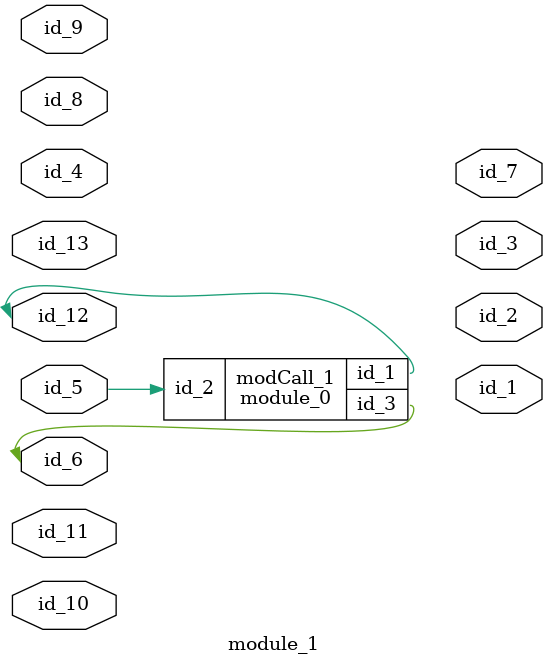
<source format=v>
module module_0 (
    id_1,
    id_2,
    id_3
);
  output wand id_3;
  input wire id_2;
  output wire id_1;
  assign id_3 = 1;
endmodule
module module_1 (
    id_1,
    id_2,
    id_3,
    id_4,
    id_5,
    id_6,
    id_7,
    id_8,
    id_9,
    id_10,
    id_11,
    id_12,
    id_13
);
  inout wire id_13;
  inout wire id_12;
  inout wire id_11;
  input wire id_10;
  inout wire id_9;
  module_0 modCall_1 (
      id_12,
      id_5,
      id_6
  );
  input wire id_8;
  output wire id_7;
  inout wire id_6;
  inout wire id_5;
  inout wire id_4;
  output wire id_3;
  output wire id_2;
  output wire id_1;
  parameter id_14 = 1;
endmodule

</source>
